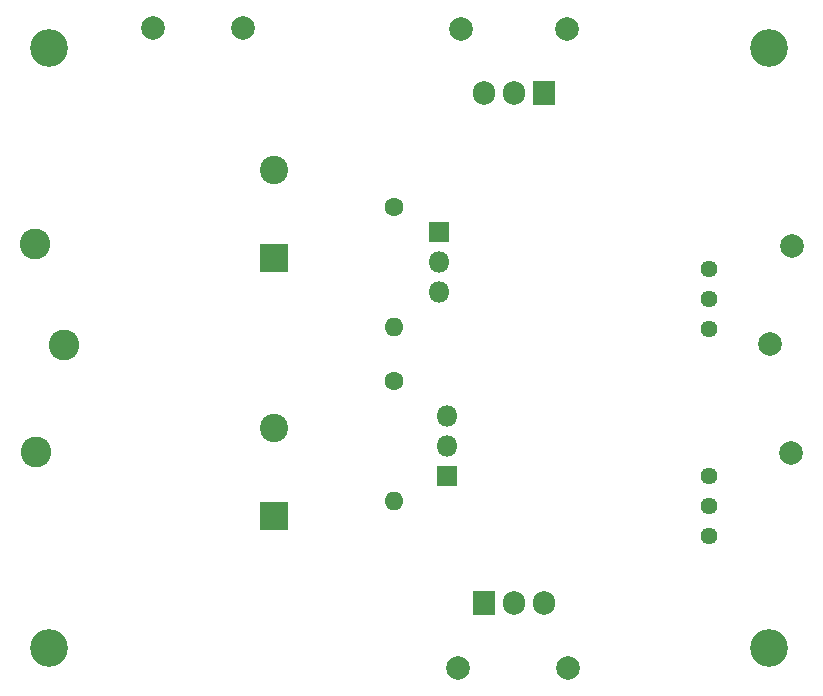
<source format=gbr>
G04 #@! TF.GenerationSoftware,KiCad,Pcbnew,(5.1.10-1-10_14)*
G04 #@! TF.CreationDate,2021-09-15T13:52:01+02:00*
G04 #@! TF.ProjectId,lv-lownoise-psu,6c762d6c-6f77-46e6-9f69-73652d707375,rev?*
G04 #@! TF.SameCoordinates,Original*
G04 #@! TF.FileFunction,Soldermask,Bot*
G04 #@! TF.FilePolarity,Negative*
%FSLAX46Y46*%
G04 Gerber Fmt 4.6, Leading zero omitted, Abs format (unit mm)*
G04 Created by KiCad (PCBNEW (5.1.10-1-10_14)) date 2021-09-15 13:52:01*
%MOMM*%
%LPD*%
G01*
G04 APERTURE LIST*
%ADD10C,2.000000*%
%ADD11O,1.600000X1.600000*%
%ADD12C,1.600000*%
%ADD13O,1.800000X1.800000*%
%ADD14R,1.800000X1.800000*%
%ADD15O,1.905000X2.000000*%
%ADD16R,1.905000X2.000000*%
%ADD17C,2.400000*%
%ADD18R,2.400000X2.400000*%
%ADD19C,1.440000*%
%ADD20C,2.600000*%
%ADD21C,3.200000*%
G04 APERTURE END LIST*
D10*
X119761000Y-85471000D03*
X129032000Y-85471000D03*
X128968500Y-31369000D03*
X120015000Y-31369000D03*
X93916500Y-31305500D03*
X101536500Y-31305500D03*
X147955000Y-67310000D03*
X146113500Y-58039000D03*
X148018500Y-49784000D03*
D11*
X114300000Y-71374000D03*
D12*
X114300000Y-61214000D03*
D11*
X114300000Y-56642000D03*
D12*
X114300000Y-46482000D03*
D13*
X118808500Y-64198500D03*
X118808500Y-66738500D03*
D14*
X118808500Y-69278500D03*
D13*
X118110000Y-53657500D03*
X118110000Y-51117500D03*
D14*
X118110000Y-48577500D03*
D15*
X127000000Y-80010000D03*
X124460000Y-80010000D03*
D16*
X121920000Y-80010000D03*
D15*
X121920000Y-36830000D03*
X124460000Y-36830000D03*
D16*
X127000000Y-36830000D03*
D17*
X104140000Y-65151000D03*
D18*
X104140000Y-72651000D03*
D17*
X104140000Y-43300000D03*
D18*
X104140000Y-50800000D03*
D19*
X140970000Y-74295000D03*
X140970000Y-71755000D03*
X140970000Y-69215000D03*
X140970000Y-56832500D03*
X140970000Y-54292500D03*
X140970000Y-51752500D03*
D20*
X83921600Y-49631600D03*
X86360000Y-58166000D03*
X83972400Y-67259200D03*
D21*
X146050000Y-33020000D03*
X146050000Y-83820000D03*
X85090000Y-83820000D03*
X85090000Y-33020000D03*
M02*

</source>
